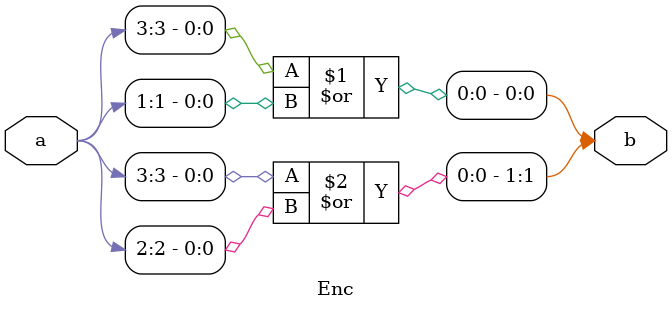
<source format=v>
module datapath (clk,readnum,vsel,loada,loadb,shift,asel,bsel,ALUop,loadc,loads,
                  writenum,write,mdata,sximm8,PC,sximm5,status_out,datapath_out); 
	parameter n = 16;
	input loada, loadb, asel, bsel, loadc, loads, clk, write;
	input [n-1:0] mdata, sximm8, sximm5;
	input [2:0] writenum, readnum;
	input [1:0] ALUop, shift;
	input	[3:0] vsel;
	
	output [n-1:0] datapath_out;
	output [2:0] status_out;
	input [7:0]PC;
	
	wire [n-1:0] data_in, data_out, data_out_A, data_out_B, sout, Ain, Bin, out;
	wire [2:0] status;
	
	//Mux2 #(n) b9wbmux(.a1(sximm8), .a0(datapath_out), .load(vsel[3]), .b(data_in)); // writeback mux
	Mux4 #(n) b9wbmux4in(.a3(mdata), .a2(sximm8), .a1({8'b0, PC}), .a0(datapath_out), .s(vsel), .b(data_in)); //lab6 change for choosing between 4 input signals
	REGFILE  REGFILE(.writenum(writenum), .write(write), .data_in(data_in), .clk(clk), 
	                    .readnum(readnum), .data_out(data_out));                      // register file
	vDFFE #(n) b3vdffeA(.clk(clk), .load(loada), .in(data_out), .out(data_out_A));    // Pipeline Register A
	vDFFE #(n) b4vdffeB(.clk(clk), .load(loadb), .in(data_out), .out(data_out_B));    // Pipeline Register B
	shifter  b8shftU1(.in(data_out_B),.sout(sout),.shift(shift));                     // Shifter Unit
	Mux2 #(n) b6Amux(.a1(16'b0), .a0(data_out_A), .load(asel), .b(Ain));              // Source Operand Mux A
	Mux2 #(n) b7Bmux(.a1(sximm5), .a0(sout), .load(bsel), .b(Bin));                   // Source Operand Mux B
	ALU  b2alu(.Ain(Ain), .Bin(Bin), .ALUop(ALUop), .out(out), .status(status));      // Arithmetic Logic Unit
	vDFFE #(n) b5vdffeC(.clk(clk), .load(loadc), .in(out), .out(datapath_out));       // Pipeline Register C
	vDFFE #(3) b10vdffestat(.clk(clk), .load(loads), .in(status), .out(status_out));  // Status Register 


endmodule

module Muxb4 (a3, a2, a1, a0, sb, b); // not used since vsel is one hot already
	parameter k = 16;
	input [1:0] sb;
	input [k-1:0] a3,a2,a1,a0;
	output[k-1:0] b;
	
	wire [3:0] s;
	
	Dec #(2,4) d(.a(sb),.b(s));
	Mux4 #(k) m(.a3(a3),.a2(a2),.a1(a1),.a0(a0),.s(s),.b(b));
	
endmodule

module Mux4 (a3,a2,a1,a0,s,b);// used to get input signal based on vsel
parameter k = 1;
	input [3:0] s; 
	input [k-1:0] a3,a2,a1,a0;
	output reg [k-1:0] b;
	
	always @(*) begin
		case(s)
			4'b0001: b = a0;
			4'b0010: b = a1;
			4'b0100: b = a2;
			4'b1000: b = a3;
			default: b = {k{1'bx}};
		endcase 
	end
endmodule 


module Muxb8 (a7,a6,a5,a4,a3,a2,a1,a0,sb,b);//used by regfile
	parameter k=16;
   input [2:0] sb; 
	input [k-1:0] a7,a6,a5,a4,a3,a2,a1,a0;
	output [k-1:0] b;
	
	wire [7:0] s;
	
	Dec #(3,8) d(.a(sb),.b(s));
	Mux8 #(k) m(.a7(a7),.a6(a6),.a5(a5),.a4(a4),.a3(a3),.a2(a2),.a1(a1),.a0(a0),.s(s),.b(b));

endmodule
	
module Dec (a,b);
	parameter n = 3, m = 8;
	input [n-1:0] a;
	output [m-1:0] b;

	assign b = 1 << a; //assigns one hot signal ie. 00 -> 0001

endmodule 

module Mux8 (a7,a6,a5,a4,a3,a2,a1,a0,s,b);//used by muxb8
	parameter k = 1;
	input [7:0] s; 
	input [k-1:0] a7,a6,a5,a4,a3,a2,a1,a0;
	output reg [k-1:0] b;
	
	always @(*) begin
		case(s)
			8'b00000001: b = a0;
			8'b00000010: b = a1;
			8'b00000100: b = a2;
			8'b00001000: b = a3;
			8'b00010000: b = a4;
			8'b00100000: b = a5;
			8'b01000000: b = a6;
			8'b10000000: b = a7;
			default: b = {k{1'bx}};
		endcase 
	end
endmodule 




module vDFFE (clk, load, in, out); //to be called for A,B, and C
	parameter n = 1;
	input clk,load;
	input [n-1:0] in; 
	output reg [n-1:0] out;
	wire [n-1:0] next_out;
	
	//Mux2 #(n) abc(.a1(in), .a0(out), .load(load), .b(next_out)); // mux portion
	assign next_out = load ? in : out;

	always @(posedge clk) begin //DFF portion
		out <= next_out; //non blocking good?
	end
endmodule
 
module Mux2 (a1,a0,load,b);//simple mux
	parameter k = 16;
	input [k-1:0] a1, a0;
	input load;
	output [k-1:0] b;

	assign b = load ? a1 : a0 ;
endmodule

module Enc(a,b);//not used
	parameter n = 4, m = 2;
	input [n-1:0] a;
	output [m-1:0] b;

	assign b = {a[3]|a[2], a[3]|a[1]};

endmodule


</source>
